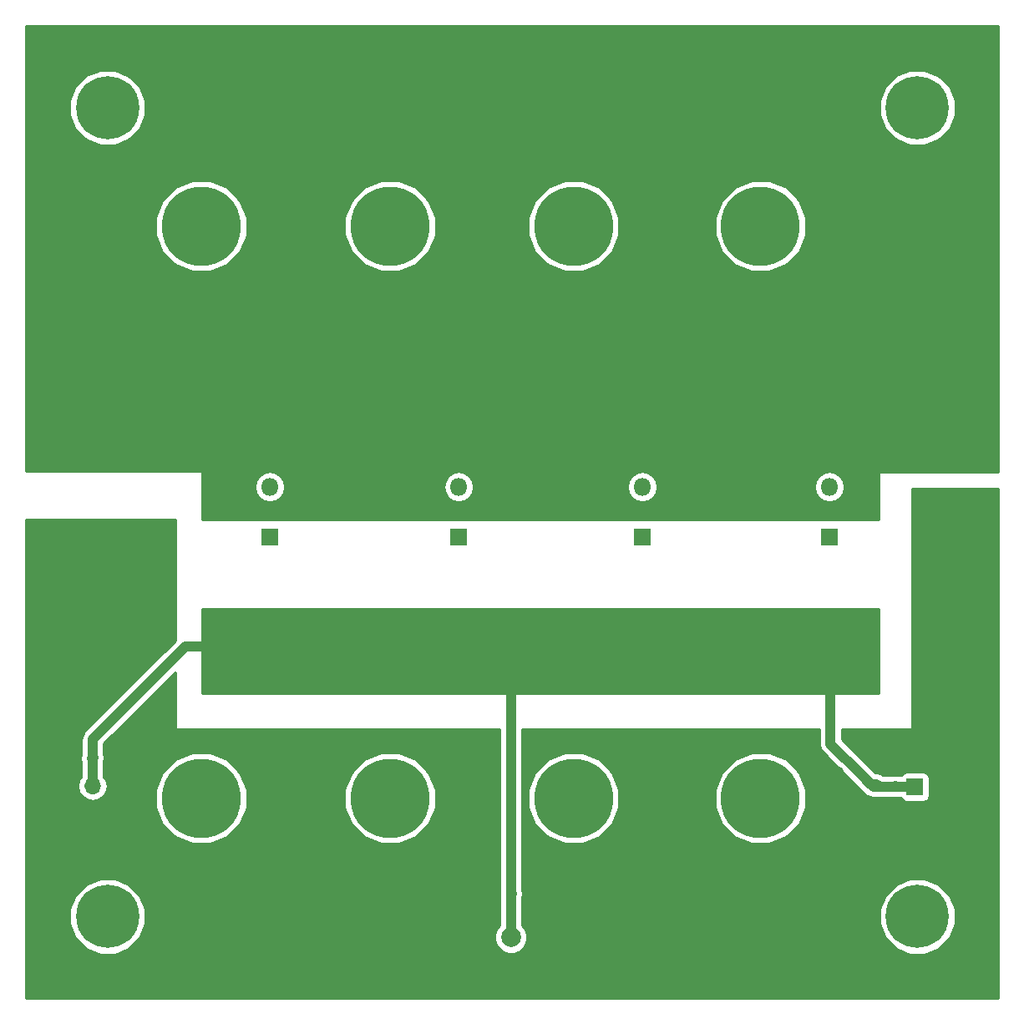
<source format=gbr>
G04 #@! TF.FileFunction,Copper,L1,Top,Signal*
%FSLAX46Y46*%
G04 Gerber Fmt 4.6, Leading zero omitted, Abs format (unit mm)*
G04 Created by KiCad (PCBNEW 4.0.2-stable) date 10/05/17 15:38:04*
%MOMM*%
G01*
G04 APERTURE LIST*
%ADD10C,0.100000*%
%ADD11C,6.400000*%
%ADD12C,0.800000*%
%ADD13R,1.700000X1.700000*%
%ADD14O,1.700000X1.700000*%
%ADD15O,5.001260X2.500000*%
%ADD16O,2.500000X5.001260*%
%ADD17C,2.200000*%
%ADD18C,2.000000*%
%ADD19R,1.800000X1.800000*%
%ADD20O,1.800000X1.800000*%
%ADD21C,8.000000*%
%ADD22C,0.600000*%
%ADD23C,1.000000*%
%ADD24C,0.254000*%
G04 APERTURE END LIST*
D10*
D11*
X87500000Y-136500000D03*
D12*
X89900000Y-136500000D03*
X89197056Y-138197056D03*
X87500000Y-138900000D03*
X85802944Y-138197056D03*
X85100000Y-136500000D03*
X85802944Y-134802944D03*
X87500000Y-134100000D03*
X89197056Y-134802944D03*
D11*
X169600000Y-136500000D03*
D12*
X172000000Y-136500000D03*
X171297056Y-138197056D03*
X169600000Y-138900000D03*
X167902944Y-138197056D03*
X167200000Y-136500000D03*
X167902944Y-134802944D03*
X169600000Y-134100000D03*
X171297056Y-134802944D03*
D11*
X169600000Y-54500000D03*
D12*
X172000000Y-54500000D03*
X171297056Y-56197056D03*
X169600000Y-56900000D03*
X167902944Y-56197056D03*
X167200000Y-54500000D03*
X167902944Y-52802944D03*
X169600000Y-52100000D03*
X171297056Y-52802944D03*
D11*
X87500000Y-54500000D03*
D12*
X89900000Y-54500000D03*
X89197056Y-56197056D03*
X87500000Y-56900000D03*
X85802944Y-56197056D03*
X85100000Y-54500000D03*
X85802944Y-52802944D03*
X87500000Y-52100000D03*
X89197056Y-52802944D03*
D13*
X169350000Y-123350000D03*
D14*
X169350000Y-125890000D03*
D15*
X172300000Y-95068800D03*
X172300000Y-99031200D03*
D13*
X86000000Y-125800000D03*
D14*
X86000000Y-123260000D03*
D16*
X126518800Y-51950000D03*
X130481200Y-51950000D03*
D15*
X172700000Y-74018800D03*
X172700000Y-77981200D03*
X85450000Y-78681200D03*
X85450000Y-74718800D03*
D17*
X125860000Y-136060000D03*
X130940000Y-136060000D03*
X130940000Y-141140000D03*
X125860000Y-141140000D03*
D18*
X128400000Y-138600000D03*
D15*
X84600000Y-104481200D03*
X84600000Y-100518800D03*
D19*
X103966980Y-98024760D03*
D20*
X103966980Y-95484760D03*
X103966980Y-92944760D03*
D21*
X97000000Y-124500000D03*
X97000000Y-66500000D03*
D19*
X123116980Y-98024760D03*
D20*
X123116980Y-95484760D03*
X123116980Y-92944760D03*
D21*
X116150000Y-124500000D03*
X116150000Y-66500000D03*
D19*
X141716980Y-98024760D03*
D20*
X141716980Y-95484760D03*
X141716980Y-92944760D03*
D21*
X134750000Y-124500000D03*
X134750000Y-66500000D03*
D19*
X160666980Y-98024760D03*
D20*
X160666980Y-95484760D03*
X160666980Y-92944760D03*
D21*
X153700000Y-124500000D03*
X153700000Y-66500000D03*
D22*
X82500000Y-106500000D03*
X79800000Y-107200000D03*
X80100000Y-104900000D03*
X80600000Y-102400000D03*
X80100000Y-100600000D03*
X80200000Y-97900000D03*
X82000000Y-97700000D03*
X84800000Y-97700000D03*
X87400000Y-98700000D03*
X90500000Y-99100000D03*
X93100000Y-98800000D03*
X93000000Y-101600000D03*
X91200000Y-101700000D03*
X88600000Y-101700000D03*
X88800000Y-103800000D03*
X90900000Y-104000000D03*
X93100000Y-103600000D03*
X93300000Y-106200000D03*
X91600000Y-106200000D03*
X89100000Y-106300000D03*
X87100000Y-107900000D03*
X84300000Y-108400000D03*
X82100000Y-109000000D03*
X80400000Y-109100000D03*
X81400000Y-112400000D03*
X84700000Y-112400000D03*
X86500000Y-110400000D03*
X89600000Y-108700000D03*
X92400000Y-108700000D03*
X89700000Y-112100000D03*
X87000000Y-114100000D03*
X84900000Y-116100000D03*
X83800000Y-114300000D03*
X80700000Y-114100000D03*
X81100000Y-117000000D03*
X81300000Y-119200000D03*
X81200000Y-121700000D03*
X81100000Y-124500000D03*
X81200000Y-127700000D03*
X87380000Y-142600000D03*
X93470000Y-138180000D03*
X96390000Y-138430000D03*
X99950000Y-133600000D03*
X99570000Y-136020000D03*
X98810000Y-143130000D03*
X105280000Y-143130000D03*
X105160000Y-139950000D03*
X107700000Y-131700000D03*
X110490000Y-124590000D03*
X110360000Y-127890000D03*
X107320000Y-127380000D03*
X108200000Y-122680000D03*
X108330000Y-119760000D03*
X112400000Y-119130000D03*
X117480000Y-118750000D03*
X131480000Y-130060000D03*
X125170000Y-133710000D03*
X124460000Y-131310000D03*
X124460000Y-128100000D03*
X125080000Y-123570000D03*
X125170000Y-120020000D03*
X122860000Y-119210000D03*
X120730000Y-119300000D03*
X121970000Y-123040000D03*
X121440000Y-126860000D03*
X115750000Y-140320000D03*
X113610000Y-142850000D03*
X112360000Y-141310000D03*
X109420000Y-141160000D03*
X109840000Y-137960000D03*
X112930000Y-138760000D03*
X116240000Y-136170000D03*
X114150000Y-133730000D03*
X113610000Y-135900000D03*
X110910000Y-136060000D03*
X110300000Y-132550000D03*
X110720000Y-130190000D03*
X114300000Y-131520000D03*
X118640000Y-131370000D03*
X121730000Y-130530000D03*
X121880000Y-135290000D03*
X118110000Y-134720000D03*
X118220000Y-142950000D03*
X119710000Y-137730000D03*
X124020000Y-140930000D03*
X122420000Y-143520000D03*
X120360000Y-141810000D03*
X123480000Y-138460000D03*
X125390000Y-143220000D03*
X129730000Y-143160000D03*
X132460000Y-142690000D03*
X136250000Y-142650000D03*
X141050000Y-142650000D03*
X145280000Y-142840000D03*
X148440000Y-142840000D03*
X152210000Y-142840000D03*
X154650000Y-142950000D03*
X158700000Y-142890000D03*
X159650000Y-139980000D03*
X159650000Y-136460000D03*
X157020000Y-135790000D03*
X156580000Y-138640000D03*
X156520000Y-140430000D03*
X153670000Y-140260000D03*
X152500000Y-137970000D03*
X153670000Y-135840000D03*
X150480000Y-135620000D03*
X150480000Y-138410000D03*
X149810000Y-140370000D03*
X146740000Y-140480000D03*
X147750000Y-136850000D03*
X144510000Y-137130000D03*
X144230000Y-140200000D03*
X141820000Y-140200000D03*
X141430000Y-137240000D03*
X139480000Y-136070000D03*
X138750000Y-138920000D03*
X136570000Y-141320000D03*
X136400000Y-140200000D03*
X135170000Y-137970000D03*
X136740000Y-137520000D03*
X135840000Y-133830000D03*
X134780000Y-132160000D03*
X131430000Y-131820000D03*
X159260000Y-131650000D03*
X155910000Y-130980000D03*
X151990000Y-131320000D03*
X147470000Y-129920000D03*
X143500000Y-130590000D03*
X140650000Y-130090000D03*
X142160000Y-127570000D03*
X140650000Y-126070000D03*
X170490000Y-112150000D03*
X170150000Y-114830000D03*
X170150000Y-117460000D03*
X173340000Y-117240000D03*
X176080000Y-115950000D03*
X175930000Y-120280000D03*
X167400000Y-119570000D03*
X164640000Y-119300000D03*
X162950000Y-129080000D03*
X166070000Y-127300000D03*
X169890000Y-129880000D03*
X173440000Y-129880000D03*
X176290000Y-132280000D03*
X175500000Y-136550000D03*
X174070000Y-138680000D03*
X172730000Y-143110000D03*
X167250000Y-143720000D03*
X164290000Y-140760000D03*
X164120000Y-132490000D03*
X159980000Y-133660000D03*
X155960000Y-133610000D03*
X152660000Y-133440000D03*
X148190000Y-133050000D03*
X144550000Y-134770000D03*
X138150000Y-133710000D03*
X132730000Y-135840000D03*
X131770000Y-133440000D03*
X169930000Y-107510000D03*
X170380000Y-109970000D03*
X173280000Y-109970000D03*
X176410000Y-109360000D03*
X176440000Y-106000000D03*
X174400000Y-106650000D03*
X172300000Y-105030000D03*
X169930000Y-104410000D03*
X169960000Y-101420000D03*
X172140000Y-101930000D03*
X174260000Y-103660000D03*
X176640000Y-102310000D03*
X175020000Y-100890000D03*
X176540000Y-99140000D03*
X175290000Y-97190000D03*
X176410000Y-94820000D03*
X176300000Y-112600000D03*
X172300000Y-114270000D03*
X116500000Y-137300000D03*
X115750000Y-142600000D03*
X110850000Y-142850000D03*
X107750000Y-139650000D03*
X108800000Y-135200000D03*
X103100000Y-135150000D03*
X102500000Y-138850000D03*
X102850000Y-141950000D03*
X97350000Y-140550000D03*
X97350000Y-134700000D03*
X94400000Y-133100000D03*
X94050000Y-142250000D03*
X91400000Y-142400000D03*
X83750000Y-142600000D03*
X81450000Y-139850000D03*
X81150000Y-135150000D03*
X81600000Y-130750000D03*
X84300000Y-130600000D03*
X87750000Y-129950000D03*
X90600000Y-130750000D03*
X98300000Y-131150000D03*
X102050000Y-131150000D03*
X105800000Y-131150000D03*
X105450000Y-126700000D03*
X102600000Y-124550000D03*
X105150000Y-122700000D03*
X105500000Y-119150000D03*
X101100000Y-119850000D03*
X95850000Y-119150000D03*
X91500000Y-120200000D03*
X89950000Y-124650000D03*
X166350000Y-129800000D03*
X162050000Y-131700000D03*
X161650000Y-135900000D03*
X163600000Y-142100000D03*
X169650000Y-142500000D03*
X175500000Y-139700000D03*
X175500000Y-133500000D03*
X174000000Y-126600000D03*
X172550000Y-119550000D03*
X172300000Y-116100000D03*
X172300000Y-112100000D03*
X172350000Y-107900000D03*
X139420000Y-122210000D03*
X138300000Y-119470000D03*
X141150000Y-118630000D03*
X142490000Y-123160000D03*
X145060000Y-127020000D03*
X147300000Y-125230000D03*
X144670000Y-122320000D03*
X145790000Y-119920000D03*
X152780000Y-119300000D03*
X158140000Y-119080000D03*
X161600000Y-121820000D03*
X160910000Y-124820000D03*
D12*
X85900000Y-120500000D03*
X128400000Y-136400000D03*
X165700000Y-123300000D03*
X167400000Y-123300000D03*
X104000000Y-109100000D03*
X141900000Y-109300000D03*
X123150000Y-109450000D03*
X160800000Y-109700000D03*
X116550000Y-106700000D03*
X99250000Y-106550000D03*
X155700000Y-106650000D03*
X135250000Y-106150000D03*
D22*
X139900000Y-95600000D03*
X138500000Y-95600000D03*
X138600000Y-93600000D03*
X137100000Y-93800000D03*
X137200000Y-95600000D03*
X135400000Y-95600000D03*
X135700000Y-93800000D03*
X133900000Y-93600000D03*
X133900000Y-95600000D03*
X132500000Y-95600000D03*
X132700000Y-93800000D03*
X131100000Y-93700000D03*
X130800000Y-95500000D03*
X129500000Y-95500000D03*
X129800000Y-93700000D03*
X128200000Y-93900000D03*
X128100000Y-95600000D03*
X126700000Y-95600000D03*
X126800000Y-93500000D03*
X125300000Y-93800000D03*
X143500000Y-95500000D03*
X132850000Y-46790000D03*
X132930000Y-48620000D03*
X132930000Y-50860000D03*
X133010000Y-53000000D03*
X132850000Y-55780000D03*
X164700000Y-95500000D03*
X164600000Y-93600000D03*
X162700000Y-93500000D03*
X162800000Y-95400000D03*
X159200000Y-94400000D03*
X157700000Y-95500000D03*
X157700000Y-93900000D03*
X156000000Y-93800000D03*
X156200000Y-95400000D03*
X154500000Y-95700000D03*
X154300000Y-93700000D03*
X153100000Y-93700000D03*
X153000000Y-95600000D03*
X151400000Y-95700000D03*
X151600000Y-93700000D03*
X149900000Y-94000000D03*
X149900000Y-95400000D03*
X148100000Y-95600000D03*
X148200000Y-93800000D03*
X146600000Y-93900000D03*
X146500000Y-95500000D03*
X145200000Y-95400000D03*
X145200000Y-93800000D03*
X143700000Y-93800000D03*
X139900000Y-94300000D03*
X125300000Y-95400000D03*
X121400000Y-94500000D03*
X120400000Y-95600000D03*
X120400000Y-93600000D03*
X118900000Y-93800000D03*
X119000000Y-95400000D03*
X117200000Y-95400000D03*
X117200000Y-93800000D03*
X115300000Y-93900000D03*
X115300000Y-95500000D03*
X113500000Y-95500000D03*
X113400000Y-93700000D03*
X111700000Y-93900000D03*
X111700000Y-95700000D03*
X110100000Y-95600000D03*
X110300000Y-93700000D03*
X108600000Y-93600000D03*
X108600000Y-95500000D03*
X107200000Y-95500000D03*
X107300000Y-93700000D03*
X105700000Y-93800000D03*
X105800000Y-95500000D03*
X102300000Y-93900000D03*
X101000000Y-93800000D03*
X99900000Y-93700000D03*
X98500000Y-93500000D03*
X97600000Y-94500000D03*
X98500000Y-95400000D03*
X99900000Y-95400000D03*
X101900000Y-95400000D03*
X83040000Y-76900000D03*
X80230000Y-77160000D03*
X79790000Y-75680000D03*
X81700000Y-74840000D03*
X79810000Y-73140000D03*
X81440000Y-72540000D03*
X82940000Y-72600000D03*
X84460000Y-72600000D03*
X86590000Y-72410000D03*
X88110000Y-72620000D03*
X89100000Y-72180000D03*
X89790000Y-73130000D03*
X88860000Y-74430000D03*
X89830000Y-75730000D03*
X88070000Y-77070000D03*
X89670000Y-77910000D03*
X88800000Y-78900000D03*
X89940000Y-80040000D03*
X88510000Y-80950000D03*
X86200000Y-81120000D03*
X84530000Y-81120000D03*
X82910000Y-80470000D03*
X81420000Y-80020000D03*
X80910000Y-81340000D03*
X79840000Y-80470000D03*
X79920000Y-78760000D03*
X81750000Y-78570000D03*
X170750000Y-75900000D03*
X169220000Y-76280000D03*
X168290000Y-75240000D03*
X168190000Y-73620000D03*
X169550000Y-72320000D03*
X169630000Y-70730000D03*
X171720000Y-71710000D03*
X172960000Y-70770000D03*
X174550000Y-71830000D03*
X175790000Y-70630000D03*
X177210000Y-70820000D03*
X177410000Y-72340000D03*
X175830000Y-73090000D03*
X176830000Y-74800000D03*
X175570000Y-76020000D03*
X177030000Y-76610000D03*
X176190000Y-77920000D03*
X176800000Y-78790000D03*
X176580000Y-80520000D03*
X174900000Y-80410000D03*
X173090000Y-80220000D03*
X171240000Y-80270000D03*
X169040000Y-79910000D03*
X169060000Y-78000000D03*
X126380000Y-55120000D03*
X128780000Y-54460000D03*
X129120000Y-56160000D03*
X127620000Y-56290000D03*
X125390000Y-56390000D03*
X123860000Y-56430000D03*
X123830000Y-54900000D03*
X123830000Y-52650000D03*
X123790000Y-50670000D03*
X123690000Y-48590000D03*
X123810000Y-46760000D03*
X125270000Y-46800000D03*
X125130000Y-48540000D03*
X126840000Y-48500000D03*
X126920000Y-46700000D03*
X128540000Y-46880000D03*
X128540000Y-48540000D03*
X130430000Y-48500000D03*
X130370000Y-46800000D03*
X130680000Y-55850000D03*
D23*
X81600000Y-130750000D02*
X81600000Y-128100000D01*
X80500000Y-106500000D02*
X82500000Y-106500000D01*
X79800000Y-107200000D02*
X80500000Y-106500000D01*
X80100000Y-102900000D02*
X80100000Y-104900000D01*
X80600000Y-102400000D02*
X80100000Y-102900000D01*
X80100000Y-98000000D02*
X80100000Y-100600000D01*
X80200000Y-97900000D02*
X80100000Y-98000000D01*
X84800000Y-97700000D02*
X82000000Y-97700000D01*
X90100000Y-98700000D02*
X87400000Y-98700000D01*
X90500000Y-99100000D02*
X90100000Y-98700000D01*
X93100000Y-101500000D02*
X93100000Y-98800000D01*
X93000000Y-101600000D02*
X93100000Y-101500000D01*
X88600000Y-101700000D02*
X91200000Y-101700000D01*
X90700000Y-103800000D02*
X88800000Y-103800000D01*
X90900000Y-104000000D02*
X90700000Y-103800000D01*
X93100000Y-106000000D02*
X93100000Y-103600000D01*
X93300000Y-106200000D02*
X93100000Y-106000000D01*
X89200000Y-106200000D02*
X91600000Y-106200000D01*
X89100000Y-106300000D02*
X89200000Y-106200000D01*
X84800000Y-107900000D02*
X87100000Y-107900000D01*
X84300000Y-108400000D02*
X84800000Y-107900000D01*
X80500000Y-109000000D02*
X82100000Y-109000000D01*
X80400000Y-109100000D02*
X80500000Y-109000000D01*
X84700000Y-112400000D02*
X81400000Y-112400000D01*
X87900000Y-110400000D02*
X86500000Y-110400000D01*
X89600000Y-108700000D02*
X87900000Y-110400000D01*
X92400000Y-109400000D02*
X92400000Y-108700000D01*
X89700000Y-112100000D02*
X92400000Y-109400000D01*
X86900000Y-114100000D02*
X87000000Y-114100000D01*
X84900000Y-116100000D02*
X86900000Y-114100000D01*
X80900000Y-114300000D02*
X83800000Y-114300000D01*
X80700000Y-114100000D02*
X80900000Y-114300000D01*
X81100000Y-119000000D02*
X81100000Y-117000000D01*
X81300000Y-119200000D02*
X81100000Y-119000000D01*
X81200000Y-124400000D02*
X81200000Y-121700000D01*
X81100000Y-124500000D02*
X81200000Y-124400000D01*
X81600000Y-128100000D02*
X81200000Y-127700000D01*
X85350000Y-101000000D02*
X83000000Y-101000000D01*
X120780000Y-118620000D02*
X117610000Y-118620000D01*
X84630000Y-139850000D02*
X81450000Y-139850000D01*
X87380000Y-142600000D02*
X84630000Y-139850000D01*
X96140000Y-138180000D02*
X93470000Y-138180000D01*
X96390000Y-138430000D02*
X96140000Y-138180000D01*
X99950000Y-135640000D02*
X99950000Y-133600000D01*
X99570000Y-136020000D02*
X99950000Y-135640000D01*
X105280000Y-143130000D02*
X98810000Y-143130000D01*
X105160000Y-134240000D02*
X105160000Y-139950000D01*
X107700000Y-131700000D02*
X105160000Y-134240000D01*
X110490000Y-127760000D02*
X110490000Y-124590000D01*
X110360000Y-127890000D02*
X110490000Y-127760000D01*
X107320000Y-123560000D02*
X107320000Y-127380000D01*
X108200000Y-122680000D02*
X107320000Y-123560000D01*
X111770000Y-119760000D02*
X108330000Y-119760000D01*
X112400000Y-119130000D02*
X111770000Y-119760000D01*
X117610000Y-118620000D02*
X117480000Y-118750000D01*
X121730000Y-130530000D02*
X121730000Y-127150000D01*
X131430000Y-130110000D02*
X131430000Y-131820000D01*
X131480000Y-130060000D02*
X131430000Y-130110000D01*
X125170000Y-132020000D02*
X125170000Y-133710000D01*
X124460000Y-131310000D02*
X125170000Y-132020000D01*
X124460000Y-124190000D02*
X124460000Y-128100000D01*
X125080000Y-123570000D02*
X124460000Y-124190000D01*
X123670000Y-120020000D02*
X125170000Y-120020000D01*
X122860000Y-119210000D02*
X123670000Y-120020000D01*
X120730000Y-121800000D02*
X120730000Y-119300000D01*
X121970000Y-123040000D02*
X120730000Y-121800000D01*
X121730000Y-127150000D02*
X121440000Y-126860000D01*
X116500000Y-139570000D02*
X116500000Y-137300000D01*
X115750000Y-140320000D02*
X116500000Y-139570000D01*
X113610000Y-142560000D02*
X113610000Y-142850000D01*
X112360000Y-141310000D02*
X113610000Y-142560000D01*
X109420000Y-138380000D02*
X109420000Y-141160000D01*
X109840000Y-137960000D02*
X109420000Y-138380000D01*
X113650000Y-138760000D02*
X112930000Y-138760000D01*
X116240000Y-136170000D02*
X113650000Y-138760000D01*
X114150000Y-135360000D02*
X114150000Y-133730000D01*
X113610000Y-135900000D02*
X114150000Y-135360000D01*
X110910000Y-133160000D02*
X110910000Y-136060000D01*
X110300000Y-132550000D02*
X110910000Y-133160000D01*
X112970000Y-130190000D02*
X110720000Y-130190000D01*
X114300000Y-131520000D02*
X112970000Y-130190000D01*
X120890000Y-131370000D02*
X118640000Y-131370000D01*
X121730000Y-130530000D02*
X120890000Y-131370000D01*
X118680000Y-135290000D02*
X121880000Y-135290000D01*
X118110000Y-134720000D02*
X118680000Y-135290000D01*
X118220000Y-139220000D02*
X118220000Y-142950000D01*
X119710000Y-137730000D02*
X118220000Y-139220000D01*
X124020000Y-141920000D02*
X124020000Y-140930000D01*
X122420000Y-143520000D02*
X124020000Y-141920000D01*
X120360000Y-141580000D02*
X120360000Y-141810000D01*
X123480000Y-138460000D02*
X120360000Y-141580000D01*
X125860000Y-142750000D02*
X125860000Y-138600000D01*
X125390000Y-143220000D02*
X125860000Y-142750000D01*
X131990000Y-143160000D02*
X129730000Y-143160000D01*
X132460000Y-142690000D02*
X131990000Y-143160000D01*
X136250000Y-142650000D02*
X141050000Y-142650000D01*
X145280000Y-142840000D02*
X148440000Y-142840000D01*
X152210000Y-142840000D02*
X152320000Y-142950000D01*
X152320000Y-142950000D02*
X154650000Y-142950000D01*
X158700000Y-142890000D02*
X159650000Y-141940000D01*
X159650000Y-141940000D02*
X159650000Y-139980000D01*
X159650000Y-136460000D02*
X158980000Y-135790000D01*
X158980000Y-135790000D02*
X157020000Y-135790000D01*
X156580000Y-138640000D02*
X156520000Y-138700000D01*
X156520000Y-138700000D02*
X156520000Y-140430000D01*
X153670000Y-140260000D02*
X152500000Y-139090000D01*
X152500000Y-139090000D02*
X152500000Y-137970000D01*
X153670000Y-135840000D02*
X153450000Y-135620000D01*
X153450000Y-135620000D02*
X150480000Y-135620000D01*
X150480000Y-138410000D02*
X149810000Y-139080000D01*
X149810000Y-139080000D02*
X149810000Y-140370000D01*
X146740000Y-140480000D02*
X147750000Y-139470000D01*
X147750000Y-139470000D02*
X147750000Y-136850000D01*
X144510000Y-137130000D02*
X144230000Y-137410000D01*
X144230000Y-137410000D02*
X144230000Y-140200000D01*
X141820000Y-140200000D02*
X141430000Y-139810000D01*
X141430000Y-139810000D02*
X141430000Y-137240000D01*
X139480000Y-136070000D02*
X138750000Y-136800000D01*
X138750000Y-136800000D02*
X138750000Y-138920000D01*
X136570000Y-141320000D02*
X136400000Y-141150000D01*
X136400000Y-141150000D02*
X136400000Y-140200000D01*
X135170000Y-137970000D02*
X135620000Y-137520000D01*
X135620000Y-137520000D02*
X136740000Y-137520000D01*
X135840000Y-133830000D02*
X134780000Y-132770000D01*
X134780000Y-132770000D02*
X134780000Y-132160000D01*
X156580000Y-131650000D02*
X159260000Y-131650000D01*
X155910000Y-130980000D02*
X156580000Y-131650000D01*
X148870000Y-131320000D02*
X151990000Y-131320000D01*
X147470000Y-129920000D02*
X148870000Y-131320000D01*
X141150000Y-130590000D02*
X143500000Y-130590000D01*
X140650000Y-130090000D02*
X141150000Y-130590000D01*
X142150000Y-127570000D02*
X142160000Y-127570000D01*
X140650000Y-126070000D02*
X142150000Y-127570000D01*
X170490000Y-112150000D02*
X170150000Y-112490000D01*
X170150000Y-112490000D02*
X170150000Y-114830000D01*
X170150000Y-117460000D02*
X170370000Y-117240000D01*
X170370000Y-117240000D02*
X173340000Y-117240000D01*
X176080000Y-115950000D02*
X175930000Y-116100000D01*
X175930000Y-116100000D02*
X175930000Y-120280000D01*
X167400000Y-119570000D02*
X167130000Y-119300000D01*
X167130000Y-119300000D02*
X164640000Y-119300000D01*
X162950000Y-129080000D02*
X164730000Y-127300000D01*
X164730000Y-127300000D02*
X166070000Y-127300000D01*
X169890000Y-129880000D02*
X173440000Y-129880000D01*
X176290000Y-132280000D02*
X175500000Y-133070000D01*
X175500000Y-133070000D02*
X175500000Y-136550000D01*
X174070000Y-138680000D02*
X172730000Y-140020000D01*
X172730000Y-140020000D02*
X172730000Y-143110000D01*
X167250000Y-143720000D02*
X164290000Y-140760000D01*
X164120000Y-132490000D02*
X162950000Y-133660000D01*
X162950000Y-133660000D02*
X159980000Y-133660000D01*
X155960000Y-133610000D02*
X155790000Y-133440000D01*
X155790000Y-133440000D02*
X152660000Y-133440000D01*
X148190000Y-133050000D02*
X146470000Y-134770000D01*
X146470000Y-134770000D02*
X144550000Y-134770000D01*
X138150000Y-133710000D02*
X136020000Y-135840000D01*
X136020000Y-135840000D02*
X132730000Y-135840000D01*
X131430000Y-131820000D02*
X131770000Y-132160000D01*
X131770000Y-132160000D02*
X131770000Y-133440000D01*
X169930000Y-109520000D02*
X169930000Y-107510000D01*
X170380000Y-109970000D02*
X169930000Y-109520000D01*
X175800000Y-109970000D02*
X173280000Y-109970000D01*
X176410000Y-109360000D02*
X175800000Y-109970000D01*
X175050000Y-106000000D02*
X176440000Y-106000000D01*
X174400000Y-106650000D02*
X175050000Y-106000000D01*
X170550000Y-105030000D02*
X172300000Y-105030000D01*
X169930000Y-104410000D02*
X170550000Y-105030000D01*
X171630000Y-101420000D02*
X169960000Y-101420000D01*
X172140000Y-101930000D02*
X171630000Y-101420000D01*
X175290000Y-103660000D02*
X174260000Y-103660000D01*
X176640000Y-102310000D02*
X175290000Y-103660000D01*
X175020000Y-100660000D02*
X175020000Y-100890000D01*
X176540000Y-99140000D02*
X175020000Y-100660000D01*
X175290000Y-95940000D02*
X175290000Y-97190000D01*
X176410000Y-94820000D02*
X175290000Y-95940000D01*
X176300000Y-112600000D02*
X174630000Y-114270000D01*
X174630000Y-114270000D02*
X172300000Y-114270000D01*
X115750000Y-142600000D02*
X115500000Y-142850000D01*
X115500000Y-142850000D02*
X110850000Y-142850000D01*
X107750000Y-139650000D02*
X108800000Y-138600000D01*
X108800000Y-138600000D02*
X108800000Y-135200000D01*
X103100000Y-135150000D02*
X102500000Y-135750000D01*
X102500000Y-135750000D02*
X102500000Y-138850000D01*
X102850000Y-141950000D02*
X101450000Y-140550000D01*
X101450000Y-140550000D02*
X97350000Y-140550000D01*
X97350000Y-134700000D02*
X95750000Y-133100000D01*
X95750000Y-133100000D02*
X94400000Y-133100000D01*
X94050000Y-142250000D02*
X93900000Y-142400000D01*
X93900000Y-142400000D02*
X91400000Y-142400000D01*
X83750000Y-142600000D02*
X81450000Y-140300000D01*
X81450000Y-140300000D02*
X81450000Y-139850000D01*
X81150000Y-135150000D02*
X81600000Y-134700000D01*
X81600000Y-134700000D02*
X81600000Y-130750000D01*
X84300000Y-130600000D02*
X84950000Y-129950000D01*
X84950000Y-129950000D02*
X87750000Y-129950000D01*
X90600000Y-130750000D02*
X91000000Y-131150000D01*
X91000000Y-131150000D02*
X98300000Y-131150000D01*
X102050000Y-131150000D02*
X105800000Y-131150000D01*
X105450000Y-126700000D02*
X103300000Y-124550000D01*
X103300000Y-124550000D02*
X102600000Y-124550000D01*
X105150000Y-122700000D02*
X105500000Y-122350000D01*
X105500000Y-122350000D02*
X105500000Y-119150000D01*
X101100000Y-119850000D02*
X100400000Y-119150000D01*
X100400000Y-119150000D02*
X95850000Y-119150000D01*
X91500000Y-120200000D02*
X89950000Y-121750000D01*
X89950000Y-121750000D02*
X89950000Y-124650000D01*
X172300000Y-99031200D02*
X172300000Y-107850000D01*
X169350000Y-126800000D02*
X169350000Y-125890000D01*
X166350000Y-129800000D02*
X169350000Y-126800000D01*
X162050000Y-135500000D02*
X162050000Y-131700000D01*
X161650000Y-135900000D02*
X162050000Y-135500000D01*
X169250000Y-142100000D02*
X163600000Y-142100000D01*
X169650000Y-142500000D02*
X169250000Y-142100000D01*
X175500000Y-133500000D02*
X175500000Y-139700000D01*
X174000000Y-121000000D02*
X174000000Y-126600000D01*
X172550000Y-119550000D02*
X174000000Y-121000000D01*
X172300000Y-112100000D02*
X172300000Y-116100000D01*
X172300000Y-107850000D02*
X172350000Y-107900000D01*
X139420000Y-120590000D02*
X139420000Y-122210000D01*
X138300000Y-119470000D02*
X139420000Y-120590000D01*
X141150000Y-121820000D02*
X141150000Y-118630000D01*
X142490000Y-123160000D02*
X141150000Y-121820000D01*
X145510000Y-127020000D02*
X145060000Y-127020000D01*
X147300000Y-125230000D02*
X145510000Y-127020000D01*
X144670000Y-121040000D02*
X144670000Y-122320000D01*
X145790000Y-119920000D02*
X144670000Y-121040000D01*
X157920000Y-119300000D02*
X152780000Y-119300000D01*
X158140000Y-119080000D02*
X157920000Y-119300000D01*
X160910000Y-122510000D02*
X161600000Y-121820000D01*
X160910000Y-124820000D02*
X160910000Y-122510000D01*
X86000000Y-120600000D02*
X86000000Y-123260000D01*
X85900000Y-120500000D02*
X86000000Y-120600000D01*
X86000000Y-120400000D02*
X86100000Y-120400000D01*
X86100000Y-120400000D02*
X86000000Y-120400000D01*
X128400000Y-138600000D02*
X128400000Y-136400000D01*
X128400000Y-136400000D02*
X128400000Y-135500000D01*
X128400000Y-135500000D02*
X128400000Y-134200000D01*
X128400000Y-138600000D02*
X128400000Y-136700000D01*
X128400000Y-134200000D02*
X128500000Y-134200000D01*
X128500000Y-134200000D02*
X128400000Y-134200000D01*
X169350000Y-123350000D02*
X167450000Y-123350000D01*
X164850000Y-123050000D02*
X163900000Y-122100000D01*
X165450000Y-123050000D02*
X164850000Y-123050000D01*
X165700000Y-123300000D02*
X165450000Y-123050000D01*
X167450000Y-123350000D02*
X167400000Y-123300000D01*
X167910000Y-123310000D02*
X166070000Y-123310000D01*
X166070000Y-123310000D02*
X166040000Y-123340000D01*
X86000000Y-121490000D02*
X86000000Y-120400000D01*
X86000000Y-120400000D02*
X86000000Y-119780000D01*
X86000000Y-119780000D02*
X85970000Y-119750000D01*
X86000000Y-123260000D02*
X86000000Y-121490000D01*
X86000000Y-119720000D02*
X86000000Y-118500000D01*
X86000000Y-118500000D02*
X95400000Y-109100000D01*
X95400000Y-109100000D02*
X104000000Y-109100000D01*
X85970000Y-119750000D02*
X86000000Y-119720000D01*
X169350000Y-123350000D02*
X167950000Y-123350000D01*
X166030000Y-123350000D02*
X165150000Y-123350000D01*
X166040000Y-123340000D02*
X166030000Y-123350000D01*
X167950000Y-123350000D02*
X167910000Y-123310000D01*
X165150000Y-123350000D02*
X164500000Y-122700000D01*
X165150000Y-123350000D02*
X164500000Y-122700000D01*
X164500000Y-122700000D02*
X163900000Y-122100000D01*
X163900000Y-122100000D02*
X160800000Y-119000000D01*
X160800000Y-119000000D02*
X160800000Y-109700000D01*
X128400000Y-112300000D02*
X128400000Y-112150000D01*
X128400000Y-134200000D02*
X128400000Y-112300000D01*
X128400000Y-112150000D02*
X126750000Y-110500000D01*
X126750000Y-110500000D02*
X124200000Y-110500000D01*
X124200000Y-110500000D02*
X123150000Y-109450000D01*
X123150000Y-109450000D02*
X104350000Y-109450000D01*
X104350000Y-109450000D02*
X104000000Y-109100000D01*
X141900000Y-109300000D02*
X123300000Y-109300000D01*
X123300000Y-109300000D02*
X123150000Y-109450000D01*
X160800000Y-109700000D02*
X142300000Y-109700000D01*
X142300000Y-109700000D02*
X141900000Y-109300000D01*
X138500000Y-95600000D02*
X139900000Y-95600000D01*
X137300000Y-93600000D02*
X138600000Y-93600000D01*
X137100000Y-93800000D02*
X137300000Y-93600000D01*
X135400000Y-95600000D02*
X137200000Y-95600000D01*
X134100000Y-93800000D02*
X135700000Y-93800000D01*
X133900000Y-93600000D02*
X134100000Y-93800000D01*
X132500000Y-95600000D02*
X133900000Y-95600000D01*
X131200000Y-93800000D02*
X132700000Y-93800000D01*
X131100000Y-93700000D02*
X131200000Y-93800000D01*
X129500000Y-95500000D02*
X130800000Y-95500000D01*
X128400000Y-93700000D02*
X129800000Y-93700000D01*
X128200000Y-93900000D02*
X128400000Y-93700000D01*
X126700000Y-95600000D02*
X128100000Y-95600000D01*
X125600000Y-93500000D02*
X126800000Y-93500000D01*
X125300000Y-93800000D02*
X125600000Y-93500000D01*
X143484760Y-95484760D02*
X143500000Y-95500000D01*
X132850000Y-48540000D02*
X132850000Y-46790000D01*
X132930000Y-48620000D02*
X132850000Y-48540000D01*
X132930000Y-52920000D02*
X132930000Y-50860000D01*
X133010000Y-53000000D02*
X132930000Y-52920000D01*
X130750000Y-55780000D02*
X132850000Y-55780000D01*
X130680000Y-55850000D02*
X130750000Y-55780000D01*
X164700000Y-93700000D02*
X164700000Y-95500000D01*
X164600000Y-93600000D02*
X164700000Y-93700000D01*
X162700000Y-95300000D02*
X162700000Y-93500000D01*
X162800000Y-95400000D02*
X162700000Y-95300000D01*
X141716980Y-95484760D02*
X143484760Y-95484760D01*
X158800000Y-94400000D02*
X159200000Y-94400000D01*
X157700000Y-95500000D02*
X158800000Y-94400000D01*
X156100000Y-93900000D02*
X157700000Y-93900000D01*
X156000000Y-93800000D02*
X156100000Y-93900000D01*
X154800000Y-95400000D02*
X156200000Y-95400000D01*
X154500000Y-95700000D02*
X154800000Y-95400000D01*
X153100000Y-93700000D02*
X154300000Y-93700000D01*
X151500000Y-95600000D02*
X153000000Y-95600000D01*
X151400000Y-95700000D02*
X151500000Y-95600000D01*
X150200000Y-93700000D02*
X151600000Y-93700000D01*
X149900000Y-94000000D02*
X150200000Y-93700000D01*
X148300000Y-95400000D02*
X149900000Y-95400000D01*
X148100000Y-95600000D02*
X148300000Y-95400000D01*
X146700000Y-93800000D02*
X148200000Y-93800000D01*
X146600000Y-93900000D02*
X146700000Y-93800000D01*
X145300000Y-95500000D02*
X146500000Y-95500000D01*
X145200000Y-95400000D02*
X145300000Y-95500000D01*
X143700000Y-93800000D02*
X145200000Y-93800000D01*
X123116980Y-95484760D02*
X125215240Y-95484760D01*
X139900000Y-94300000D02*
X141084760Y-95484760D01*
X125215240Y-95484760D02*
X125300000Y-95400000D01*
X141084760Y-95484760D02*
X141716980Y-95484760D01*
X121400000Y-94500000D02*
X122384760Y-95484760D01*
X120400000Y-93600000D02*
X120400000Y-95600000D01*
X118900000Y-95300000D02*
X118900000Y-93800000D01*
X119000000Y-95400000D02*
X118900000Y-95300000D01*
X117200000Y-93800000D02*
X117200000Y-95400000D01*
X115300000Y-95500000D02*
X115300000Y-93900000D01*
X113500000Y-93800000D02*
X113500000Y-95500000D01*
X113400000Y-93700000D02*
X113500000Y-93800000D01*
X111700000Y-95700000D02*
X111700000Y-93900000D01*
X110100000Y-93900000D02*
X110100000Y-95600000D01*
X110300000Y-93700000D02*
X110100000Y-93900000D01*
X108600000Y-95500000D02*
X108600000Y-93600000D01*
X107200000Y-93800000D02*
X107200000Y-95500000D01*
X107300000Y-93700000D02*
X107200000Y-93800000D01*
X105700000Y-95400000D02*
X105700000Y-93800000D01*
X105800000Y-95500000D02*
X105700000Y-95400000D01*
X122384760Y-95484760D02*
X123116980Y-95484760D01*
X101100000Y-93900000D02*
X102300000Y-93900000D01*
X101000000Y-93800000D02*
X101100000Y-93900000D01*
X98700000Y-93700000D02*
X99900000Y-93700000D01*
X98500000Y-93500000D02*
X98700000Y-93700000D01*
X98500000Y-95400000D02*
X97600000Y-94500000D01*
X101900000Y-95400000D02*
X99900000Y-95400000D01*
X83040000Y-76900000D02*
X85221200Y-74718800D01*
X80230000Y-76120000D02*
X80230000Y-77160000D01*
X79790000Y-75680000D02*
X80230000Y-76120000D01*
X81510000Y-74840000D02*
X81700000Y-74840000D01*
X79810000Y-73140000D02*
X81510000Y-74840000D01*
X82880000Y-72540000D02*
X81440000Y-72540000D01*
X82940000Y-72600000D02*
X82880000Y-72540000D01*
X86400000Y-72600000D02*
X84460000Y-72600000D01*
X86590000Y-72410000D02*
X86400000Y-72600000D01*
X88660000Y-72620000D02*
X88110000Y-72620000D01*
X89100000Y-72180000D02*
X88660000Y-72620000D01*
X89790000Y-73500000D02*
X89790000Y-73130000D01*
X88860000Y-74430000D02*
X89790000Y-73500000D01*
X89410000Y-75730000D02*
X89830000Y-75730000D01*
X88070000Y-77070000D02*
X89410000Y-75730000D01*
X89670000Y-78030000D02*
X89670000Y-77910000D01*
X88800000Y-78900000D02*
X89670000Y-78030000D01*
X89420000Y-80040000D02*
X89940000Y-80040000D01*
X88510000Y-80950000D02*
X89420000Y-80040000D01*
X84530000Y-81120000D02*
X86200000Y-81120000D01*
X81870000Y-80470000D02*
X82910000Y-80470000D01*
X81420000Y-80020000D02*
X81870000Y-80470000D01*
X80710000Y-81340000D02*
X80910000Y-81340000D01*
X79840000Y-80470000D02*
X80710000Y-81340000D01*
X81560000Y-78760000D02*
X79920000Y-78760000D01*
X81750000Y-78570000D02*
X81560000Y-78760000D01*
X85221200Y-74718800D02*
X85450000Y-74718800D01*
X169600000Y-75900000D02*
X170750000Y-75900000D01*
X169220000Y-76280000D02*
X169600000Y-75900000D01*
X168290000Y-73720000D02*
X168290000Y-75240000D01*
X168190000Y-73620000D02*
X168290000Y-73720000D01*
X169550000Y-70810000D02*
X169550000Y-72320000D01*
X169630000Y-70730000D02*
X169550000Y-70810000D01*
X172020000Y-71710000D02*
X171720000Y-71710000D01*
X172960000Y-70770000D02*
X172020000Y-71710000D01*
X174590000Y-71830000D02*
X174550000Y-71830000D01*
X175790000Y-70630000D02*
X174590000Y-71830000D01*
X177210000Y-72140000D02*
X177210000Y-70820000D01*
X177410000Y-72340000D02*
X177210000Y-72140000D01*
X175830000Y-73800000D02*
X175830000Y-73090000D01*
X176830000Y-74800000D02*
X175830000Y-73800000D01*
X176440000Y-76020000D02*
X175570000Y-76020000D01*
X177030000Y-76610000D02*
X176440000Y-76020000D01*
X176190000Y-78180000D02*
X176190000Y-77920000D01*
X176800000Y-78790000D02*
X176190000Y-78180000D01*
X175010000Y-80520000D02*
X176580000Y-80520000D01*
X174900000Y-80410000D02*
X175010000Y-80520000D01*
X171290000Y-80220000D02*
X173090000Y-80220000D01*
X171240000Y-80270000D02*
X171290000Y-80220000D01*
X169040000Y-78020000D02*
X169040000Y-79910000D01*
X169060000Y-78000000D02*
X169040000Y-78020000D01*
X126518800Y-54981200D02*
X126518800Y-51950000D01*
X126380000Y-55120000D02*
X126518800Y-54981200D01*
X128780000Y-55820000D02*
X128780000Y-54460000D01*
X129120000Y-56160000D02*
X128780000Y-55820000D01*
X125490000Y-56290000D02*
X127620000Y-56290000D01*
X125390000Y-56390000D02*
X125490000Y-56290000D01*
X123860000Y-54930000D02*
X123860000Y-56430000D01*
X123830000Y-54900000D02*
X123860000Y-54930000D01*
X123830000Y-50710000D02*
X123830000Y-52650000D01*
X123790000Y-50670000D02*
X123830000Y-50710000D01*
X123690000Y-46880000D02*
X123690000Y-48590000D01*
X123810000Y-46760000D02*
X123690000Y-46880000D01*
X125270000Y-48400000D02*
X125270000Y-46800000D01*
X125130000Y-48540000D02*
X125270000Y-48400000D01*
X126840000Y-46780000D02*
X126840000Y-48500000D01*
X126920000Y-46700000D02*
X126840000Y-46780000D01*
X128540000Y-48540000D02*
X128540000Y-46880000D01*
X130430000Y-46860000D02*
X130430000Y-48500000D01*
X130370000Y-46800000D02*
X130430000Y-46860000D01*
D24*
G36*
X177790000Y-91423000D02*
X165800000Y-91423000D01*
X165750590Y-91433006D01*
X165708965Y-91461447D01*
X165681685Y-91503841D01*
X165673000Y-91550000D01*
X165673000Y-96223000D01*
X97127000Y-96223000D01*
X97127000Y-92914688D01*
X102431980Y-92914688D01*
X102431980Y-92974832D01*
X102548825Y-93562251D01*
X102881571Y-94060241D01*
X103379561Y-94392987D01*
X103966980Y-94509832D01*
X104554399Y-94392987D01*
X105052389Y-94060241D01*
X105385135Y-93562251D01*
X105501980Y-92974832D01*
X105501980Y-92914688D01*
X121581980Y-92914688D01*
X121581980Y-92974832D01*
X121698825Y-93562251D01*
X122031571Y-94060241D01*
X122529561Y-94392987D01*
X123116980Y-94509832D01*
X123704399Y-94392987D01*
X124202389Y-94060241D01*
X124535135Y-93562251D01*
X124651980Y-92974832D01*
X124651980Y-92914688D01*
X140181980Y-92914688D01*
X140181980Y-92974832D01*
X140298825Y-93562251D01*
X140631571Y-94060241D01*
X141129561Y-94392987D01*
X141716980Y-94509832D01*
X142304399Y-94392987D01*
X142802389Y-94060241D01*
X143135135Y-93562251D01*
X143251980Y-92974832D01*
X143251980Y-92914688D01*
X159131980Y-92914688D01*
X159131980Y-92974832D01*
X159248825Y-93562251D01*
X159581571Y-94060241D01*
X160079561Y-94392987D01*
X160666980Y-94509832D01*
X161254399Y-94392987D01*
X161752389Y-94060241D01*
X162085135Y-93562251D01*
X162201980Y-92974832D01*
X162201980Y-92914688D01*
X162085135Y-92327269D01*
X161752389Y-91829279D01*
X161254399Y-91496533D01*
X160666980Y-91379688D01*
X160079561Y-91496533D01*
X159581571Y-91829279D01*
X159248825Y-92327269D01*
X159131980Y-92914688D01*
X143251980Y-92914688D01*
X143135135Y-92327269D01*
X142802389Y-91829279D01*
X142304399Y-91496533D01*
X141716980Y-91379688D01*
X141129561Y-91496533D01*
X140631571Y-91829279D01*
X140298825Y-92327269D01*
X140181980Y-92914688D01*
X124651980Y-92914688D01*
X124535135Y-92327269D01*
X124202389Y-91829279D01*
X123704399Y-91496533D01*
X123116980Y-91379688D01*
X122529561Y-91496533D01*
X122031571Y-91829279D01*
X121698825Y-92327269D01*
X121581980Y-92914688D01*
X105501980Y-92914688D01*
X105385135Y-92327269D01*
X105052389Y-91829279D01*
X104554399Y-91496533D01*
X103966980Y-91379688D01*
X103379561Y-91496533D01*
X102881571Y-91829279D01*
X102548825Y-92327269D01*
X102431980Y-92914688D01*
X97127000Y-92914688D01*
X97127000Y-91450000D01*
X97116994Y-91400590D01*
X97088553Y-91358965D01*
X97046159Y-91331685D01*
X97000000Y-91323000D01*
X79210000Y-91323000D01*
X79210000Y-67417914D01*
X92364197Y-67417914D01*
X93068347Y-69122087D01*
X94371055Y-70427071D01*
X96073997Y-71134194D01*
X97917914Y-71135803D01*
X99622087Y-70431653D01*
X100927071Y-69128945D01*
X101634194Y-67426003D01*
X101634201Y-67417914D01*
X111514197Y-67417914D01*
X112218347Y-69122087D01*
X113521055Y-70427071D01*
X115223997Y-71134194D01*
X117067914Y-71135803D01*
X118772087Y-70431653D01*
X120077071Y-69128945D01*
X120784194Y-67426003D01*
X120784201Y-67417914D01*
X130114197Y-67417914D01*
X130818347Y-69122087D01*
X132121055Y-70427071D01*
X133823997Y-71134194D01*
X135667914Y-71135803D01*
X137372087Y-70431653D01*
X138677071Y-69128945D01*
X139384194Y-67426003D01*
X139384201Y-67417914D01*
X149064197Y-67417914D01*
X149768347Y-69122087D01*
X151071055Y-70427071D01*
X152773997Y-71134194D01*
X154617914Y-71135803D01*
X156322087Y-70431653D01*
X157627071Y-69128945D01*
X158334194Y-67426003D01*
X158335803Y-65582086D01*
X157631653Y-63877913D01*
X156328945Y-62572929D01*
X154626003Y-61865806D01*
X152782086Y-61864197D01*
X151077913Y-62568347D01*
X149772929Y-63871055D01*
X149065806Y-65573997D01*
X149064197Y-67417914D01*
X139384201Y-67417914D01*
X139385803Y-65582086D01*
X138681653Y-63877913D01*
X137378945Y-62572929D01*
X135676003Y-61865806D01*
X133832086Y-61864197D01*
X132127913Y-62568347D01*
X130822929Y-63871055D01*
X130115806Y-65573997D01*
X130114197Y-67417914D01*
X120784201Y-67417914D01*
X120785803Y-65582086D01*
X120081653Y-63877913D01*
X118778945Y-62572929D01*
X117076003Y-61865806D01*
X115232086Y-61864197D01*
X113527913Y-62568347D01*
X112222929Y-63871055D01*
X111515806Y-65573997D01*
X111514197Y-67417914D01*
X101634201Y-67417914D01*
X101635803Y-65582086D01*
X100931653Y-63877913D01*
X99628945Y-62572929D01*
X97926003Y-61865806D01*
X96082086Y-61864197D01*
X94377913Y-62568347D01*
X93072929Y-63871055D01*
X92365806Y-65573997D01*
X92364197Y-67417914D01*
X79210000Y-67417914D01*
X79210000Y-55259482D01*
X83664336Y-55259482D01*
X84246950Y-56669515D01*
X85324811Y-57749259D01*
X86733825Y-58334333D01*
X88259482Y-58335664D01*
X89669515Y-57753050D01*
X90749259Y-56675189D01*
X91334333Y-55266175D01*
X91334338Y-55259482D01*
X165764336Y-55259482D01*
X166346950Y-56669515D01*
X167424811Y-57749259D01*
X168833825Y-58334333D01*
X170359482Y-58335664D01*
X171769515Y-57753050D01*
X172849259Y-56675189D01*
X173434333Y-55266175D01*
X173435664Y-53740518D01*
X172853050Y-52330485D01*
X171775189Y-51250741D01*
X170366175Y-50665667D01*
X168840518Y-50664336D01*
X167430485Y-51246950D01*
X166350741Y-52324811D01*
X165765667Y-53733825D01*
X165764336Y-55259482D01*
X91334338Y-55259482D01*
X91335664Y-53740518D01*
X90753050Y-52330485D01*
X89675189Y-51250741D01*
X88266175Y-50665667D01*
X86740518Y-50664336D01*
X85330485Y-51246950D01*
X84250741Y-52324811D01*
X83665667Y-53733825D01*
X83664336Y-55259482D01*
X79210000Y-55259482D01*
X79210000Y-46210000D01*
X177790000Y-46210000D01*
X177790000Y-91423000D01*
X177790000Y-91423000D01*
G37*
X177790000Y-91423000D02*
X165800000Y-91423000D01*
X165750590Y-91433006D01*
X165708965Y-91461447D01*
X165681685Y-91503841D01*
X165673000Y-91550000D01*
X165673000Y-96223000D01*
X97127000Y-96223000D01*
X97127000Y-92914688D01*
X102431980Y-92914688D01*
X102431980Y-92974832D01*
X102548825Y-93562251D01*
X102881571Y-94060241D01*
X103379561Y-94392987D01*
X103966980Y-94509832D01*
X104554399Y-94392987D01*
X105052389Y-94060241D01*
X105385135Y-93562251D01*
X105501980Y-92974832D01*
X105501980Y-92914688D01*
X121581980Y-92914688D01*
X121581980Y-92974832D01*
X121698825Y-93562251D01*
X122031571Y-94060241D01*
X122529561Y-94392987D01*
X123116980Y-94509832D01*
X123704399Y-94392987D01*
X124202389Y-94060241D01*
X124535135Y-93562251D01*
X124651980Y-92974832D01*
X124651980Y-92914688D01*
X140181980Y-92914688D01*
X140181980Y-92974832D01*
X140298825Y-93562251D01*
X140631571Y-94060241D01*
X141129561Y-94392987D01*
X141716980Y-94509832D01*
X142304399Y-94392987D01*
X142802389Y-94060241D01*
X143135135Y-93562251D01*
X143251980Y-92974832D01*
X143251980Y-92914688D01*
X159131980Y-92914688D01*
X159131980Y-92974832D01*
X159248825Y-93562251D01*
X159581571Y-94060241D01*
X160079561Y-94392987D01*
X160666980Y-94509832D01*
X161254399Y-94392987D01*
X161752389Y-94060241D01*
X162085135Y-93562251D01*
X162201980Y-92974832D01*
X162201980Y-92914688D01*
X162085135Y-92327269D01*
X161752389Y-91829279D01*
X161254399Y-91496533D01*
X160666980Y-91379688D01*
X160079561Y-91496533D01*
X159581571Y-91829279D01*
X159248825Y-92327269D01*
X159131980Y-92914688D01*
X143251980Y-92914688D01*
X143135135Y-92327269D01*
X142802389Y-91829279D01*
X142304399Y-91496533D01*
X141716980Y-91379688D01*
X141129561Y-91496533D01*
X140631571Y-91829279D01*
X140298825Y-92327269D01*
X140181980Y-92914688D01*
X124651980Y-92914688D01*
X124535135Y-92327269D01*
X124202389Y-91829279D01*
X123704399Y-91496533D01*
X123116980Y-91379688D01*
X122529561Y-91496533D01*
X122031571Y-91829279D01*
X121698825Y-92327269D01*
X121581980Y-92914688D01*
X105501980Y-92914688D01*
X105385135Y-92327269D01*
X105052389Y-91829279D01*
X104554399Y-91496533D01*
X103966980Y-91379688D01*
X103379561Y-91496533D01*
X102881571Y-91829279D01*
X102548825Y-92327269D01*
X102431980Y-92914688D01*
X97127000Y-92914688D01*
X97127000Y-91450000D01*
X97116994Y-91400590D01*
X97088553Y-91358965D01*
X97046159Y-91331685D01*
X97000000Y-91323000D01*
X79210000Y-91323000D01*
X79210000Y-67417914D01*
X92364197Y-67417914D01*
X93068347Y-69122087D01*
X94371055Y-70427071D01*
X96073997Y-71134194D01*
X97917914Y-71135803D01*
X99622087Y-70431653D01*
X100927071Y-69128945D01*
X101634194Y-67426003D01*
X101634201Y-67417914D01*
X111514197Y-67417914D01*
X112218347Y-69122087D01*
X113521055Y-70427071D01*
X115223997Y-71134194D01*
X117067914Y-71135803D01*
X118772087Y-70431653D01*
X120077071Y-69128945D01*
X120784194Y-67426003D01*
X120784201Y-67417914D01*
X130114197Y-67417914D01*
X130818347Y-69122087D01*
X132121055Y-70427071D01*
X133823997Y-71134194D01*
X135667914Y-71135803D01*
X137372087Y-70431653D01*
X138677071Y-69128945D01*
X139384194Y-67426003D01*
X139384201Y-67417914D01*
X149064197Y-67417914D01*
X149768347Y-69122087D01*
X151071055Y-70427071D01*
X152773997Y-71134194D01*
X154617914Y-71135803D01*
X156322087Y-70431653D01*
X157627071Y-69128945D01*
X158334194Y-67426003D01*
X158335803Y-65582086D01*
X157631653Y-63877913D01*
X156328945Y-62572929D01*
X154626003Y-61865806D01*
X152782086Y-61864197D01*
X151077913Y-62568347D01*
X149772929Y-63871055D01*
X149065806Y-65573997D01*
X149064197Y-67417914D01*
X139384201Y-67417914D01*
X139385803Y-65582086D01*
X138681653Y-63877913D01*
X137378945Y-62572929D01*
X135676003Y-61865806D01*
X133832086Y-61864197D01*
X132127913Y-62568347D01*
X130822929Y-63871055D01*
X130115806Y-65573997D01*
X130114197Y-67417914D01*
X120784201Y-67417914D01*
X120785803Y-65582086D01*
X120081653Y-63877913D01*
X118778945Y-62572929D01*
X117076003Y-61865806D01*
X115232086Y-61864197D01*
X113527913Y-62568347D01*
X112222929Y-63871055D01*
X111515806Y-65573997D01*
X111514197Y-67417914D01*
X101634201Y-67417914D01*
X101635803Y-65582086D01*
X100931653Y-63877913D01*
X99628945Y-62572929D01*
X97926003Y-61865806D01*
X96082086Y-61864197D01*
X94377913Y-62568347D01*
X93072929Y-63871055D01*
X92365806Y-65573997D01*
X92364197Y-67417914D01*
X79210000Y-67417914D01*
X79210000Y-55259482D01*
X83664336Y-55259482D01*
X84246950Y-56669515D01*
X85324811Y-57749259D01*
X86733825Y-58334333D01*
X88259482Y-58335664D01*
X89669515Y-57753050D01*
X90749259Y-56675189D01*
X91334333Y-55266175D01*
X91334338Y-55259482D01*
X165764336Y-55259482D01*
X166346950Y-56669515D01*
X167424811Y-57749259D01*
X168833825Y-58334333D01*
X170359482Y-58335664D01*
X171769515Y-57753050D01*
X172849259Y-56675189D01*
X173434333Y-55266175D01*
X173435664Y-53740518D01*
X172853050Y-52330485D01*
X171775189Y-51250741D01*
X170366175Y-50665667D01*
X168840518Y-50664336D01*
X167430485Y-51246950D01*
X166350741Y-52324811D01*
X165765667Y-53733825D01*
X165764336Y-55259482D01*
X91334338Y-55259482D01*
X91335664Y-53740518D01*
X90753050Y-52330485D01*
X89675189Y-51250741D01*
X88266175Y-50665667D01*
X86740518Y-50664336D01*
X85330485Y-51246950D01*
X84250741Y-52324811D01*
X83665667Y-53733825D01*
X83664336Y-55259482D01*
X79210000Y-55259482D01*
X79210000Y-46210000D01*
X177790000Y-46210000D01*
X177790000Y-91423000D01*
G36*
X165723000Y-113823000D02*
X97127000Y-113823000D01*
X97127000Y-105277000D01*
X165723000Y-105277000D01*
X165723000Y-113823000D01*
X165723000Y-113823000D01*
G37*
X165723000Y-113823000D02*
X97127000Y-113823000D01*
X97127000Y-105277000D01*
X165723000Y-105277000D01*
X165723000Y-113823000D01*
G36*
X177790000Y-144790000D02*
X79210000Y-144790000D01*
X79210000Y-137259482D01*
X83664336Y-137259482D01*
X84246950Y-138669515D01*
X85324811Y-139749259D01*
X86733825Y-140334333D01*
X88259482Y-140335664D01*
X89669515Y-139753050D01*
X90749259Y-138675189D01*
X91334333Y-137266175D01*
X91335664Y-135740518D01*
X90753050Y-134330485D01*
X89675189Y-133250741D01*
X88266175Y-132665667D01*
X86740518Y-132664336D01*
X85330485Y-133246950D01*
X84250741Y-134324811D01*
X83665667Y-135733825D01*
X83664336Y-137259482D01*
X79210000Y-137259482D01*
X79210000Y-125417914D01*
X92364197Y-125417914D01*
X93068347Y-127122087D01*
X94371055Y-128427071D01*
X96073997Y-129134194D01*
X97917914Y-129135803D01*
X99622087Y-128431653D01*
X100927071Y-127128945D01*
X101634194Y-125426003D01*
X101634201Y-125417914D01*
X111514197Y-125417914D01*
X112218347Y-127122087D01*
X113521055Y-128427071D01*
X115223997Y-129134194D01*
X117067914Y-129135803D01*
X118772087Y-128431653D01*
X120077071Y-127128945D01*
X120784194Y-125426003D01*
X120785803Y-123582086D01*
X120081653Y-121877913D01*
X118778945Y-120572929D01*
X117076003Y-119865806D01*
X115232086Y-119864197D01*
X113527913Y-120568347D01*
X112222929Y-121871055D01*
X111515806Y-123573997D01*
X111514197Y-125417914D01*
X101634201Y-125417914D01*
X101635803Y-123582086D01*
X100931653Y-121877913D01*
X99628945Y-120572929D01*
X97926003Y-119865806D01*
X96082086Y-119864197D01*
X94377913Y-120568347D01*
X93072929Y-121871055D01*
X92365806Y-123573997D01*
X92364197Y-125417914D01*
X79210000Y-125417914D01*
X79210000Y-96277000D01*
X94373000Y-96277000D01*
X94373000Y-108521867D01*
X85197434Y-117697434D01*
X84951397Y-118065654D01*
X84865000Y-118500000D01*
X84865000Y-119599181D01*
X84835000Y-119750000D01*
X84865000Y-119900819D01*
X84865000Y-120045297D01*
X84851397Y-120065655D01*
X84765000Y-120500000D01*
X84851397Y-120934345D01*
X84865000Y-120954703D01*
X84865000Y-122293536D01*
X84598946Y-122691715D01*
X84485907Y-123260000D01*
X84598946Y-123828285D01*
X84920853Y-124310054D01*
X85402622Y-124631961D01*
X85970907Y-124745000D01*
X86029093Y-124745000D01*
X86597378Y-124631961D01*
X87079147Y-124310054D01*
X87401054Y-123828285D01*
X87514093Y-123260000D01*
X87401054Y-122691715D01*
X87135000Y-122293536D01*
X87135000Y-120854704D01*
X87148603Y-120834346D01*
X87235000Y-120400000D01*
X87148603Y-119965654D01*
X87135000Y-119945296D01*
X87135000Y-119780000D01*
X87129033Y-119750000D01*
X87135000Y-119720000D01*
X87135000Y-118970132D01*
X94373000Y-111732133D01*
X94373000Y-117400000D01*
X94383006Y-117449410D01*
X94411447Y-117491035D01*
X94453841Y-117518315D01*
X94500000Y-117527000D01*
X127265000Y-117527000D01*
X127265000Y-137422796D01*
X127014722Y-137672637D01*
X126765284Y-138273352D01*
X126764716Y-138923795D01*
X127013106Y-139524943D01*
X127472637Y-139985278D01*
X128073352Y-140234716D01*
X128723795Y-140235284D01*
X129324943Y-139986894D01*
X129785278Y-139527363D01*
X130034716Y-138926648D01*
X130035284Y-138276205D01*
X129786894Y-137675057D01*
X129535000Y-137422722D01*
X129535000Y-137259482D01*
X165764336Y-137259482D01*
X166346950Y-138669515D01*
X167424811Y-139749259D01*
X168833825Y-140334333D01*
X170359482Y-140335664D01*
X171769515Y-139753050D01*
X172849259Y-138675189D01*
X173434333Y-137266175D01*
X173435664Y-135740518D01*
X172853050Y-134330485D01*
X171775189Y-133250741D01*
X170366175Y-132665667D01*
X168840518Y-132664336D01*
X167430485Y-133246950D01*
X166350741Y-134324811D01*
X165765667Y-135733825D01*
X165764336Y-137259482D01*
X129535000Y-137259482D01*
X129535000Y-134654704D01*
X129548603Y-134634346D01*
X129635000Y-134200000D01*
X129548603Y-133765654D01*
X129535000Y-133745296D01*
X129535000Y-125417914D01*
X130114197Y-125417914D01*
X130818347Y-127122087D01*
X132121055Y-128427071D01*
X133823997Y-129134194D01*
X135667914Y-129135803D01*
X137372087Y-128431653D01*
X138677071Y-127128945D01*
X139384194Y-125426003D01*
X139384201Y-125417914D01*
X149064197Y-125417914D01*
X149768347Y-127122087D01*
X151071055Y-128427071D01*
X152773997Y-129134194D01*
X154617914Y-129135803D01*
X156322087Y-128431653D01*
X157627071Y-127128945D01*
X158334194Y-125426003D01*
X158335803Y-123582086D01*
X157631653Y-121877913D01*
X156328945Y-120572929D01*
X154626003Y-119865806D01*
X152782086Y-119864197D01*
X151077913Y-120568347D01*
X149772929Y-121871055D01*
X149065806Y-123573997D01*
X149064197Y-125417914D01*
X139384201Y-125417914D01*
X139385803Y-123582086D01*
X138681653Y-121877913D01*
X137378945Y-120572929D01*
X135676003Y-119865806D01*
X133832086Y-119864197D01*
X132127913Y-120568347D01*
X130822929Y-121871055D01*
X130115806Y-123573997D01*
X130114197Y-125417914D01*
X129535000Y-125417914D01*
X129535000Y-117527000D01*
X159665000Y-117527000D01*
X159665000Y-119000000D01*
X159751397Y-119434346D01*
X159982356Y-119780000D01*
X159997434Y-119802566D01*
X164347434Y-124152566D01*
X164715654Y-124398603D01*
X165150000Y-124485000D01*
X166030000Y-124485000D01*
X166231093Y-124445000D01*
X167248905Y-124445000D01*
X167450000Y-124485000D01*
X167928808Y-124485000D01*
X168035910Y-124651441D01*
X168248110Y-124796431D01*
X168500000Y-124847440D01*
X170200000Y-124847440D01*
X170435317Y-124803162D01*
X170651441Y-124664090D01*
X170796431Y-124451890D01*
X170847440Y-124200000D01*
X170847440Y-122500000D01*
X170803162Y-122264683D01*
X170664090Y-122048559D01*
X170451890Y-121903569D01*
X170200000Y-121852560D01*
X168500000Y-121852560D01*
X168264683Y-121896838D01*
X168048559Y-122035910D01*
X167948315Y-122182621D01*
X167910000Y-122175000D01*
X167450273Y-122175000D01*
X167400000Y-122165000D01*
X167349727Y-122175000D01*
X166144161Y-122175000D01*
X166129195Y-122165000D01*
X165884346Y-122001397D01*
X165450000Y-121915000D01*
X165320132Y-121915000D01*
X161935000Y-118529868D01*
X161935000Y-117527000D01*
X168900000Y-117527000D01*
X168949410Y-117516994D01*
X168991035Y-117488553D01*
X169018315Y-117446159D01*
X169027000Y-117400000D01*
X169027000Y-93127000D01*
X177790000Y-93127000D01*
X177790000Y-144790000D01*
X177790000Y-144790000D01*
G37*
X177790000Y-144790000D02*
X79210000Y-144790000D01*
X79210000Y-137259482D01*
X83664336Y-137259482D01*
X84246950Y-138669515D01*
X85324811Y-139749259D01*
X86733825Y-140334333D01*
X88259482Y-140335664D01*
X89669515Y-139753050D01*
X90749259Y-138675189D01*
X91334333Y-137266175D01*
X91335664Y-135740518D01*
X90753050Y-134330485D01*
X89675189Y-133250741D01*
X88266175Y-132665667D01*
X86740518Y-132664336D01*
X85330485Y-133246950D01*
X84250741Y-134324811D01*
X83665667Y-135733825D01*
X83664336Y-137259482D01*
X79210000Y-137259482D01*
X79210000Y-125417914D01*
X92364197Y-125417914D01*
X93068347Y-127122087D01*
X94371055Y-128427071D01*
X96073997Y-129134194D01*
X97917914Y-129135803D01*
X99622087Y-128431653D01*
X100927071Y-127128945D01*
X101634194Y-125426003D01*
X101634201Y-125417914D01*
X111514197Y-125417914D01*
X112218347Y-127122087D01*
X113521055Y-128427071D01*
X115223997Y-129134194D01*
X117067914Y-129135803D01*
X118772087Y-128431653D01*
X120077071Y-127128945D01*
X120784194Y-125426003D01*
X120785803Y-123582086D01*
X120081653Y-121877913D01*
X118778945Y-120572929D01*
X117076003Y-119865806D01*
X115232086Y-119864197D01*
X113527913Y-120568347D01*
X112222929Y-121871055D01*
X111515806Y-123573997D01*
X111514197Y-125417914D01*
X101634201Y-125417914D01*
X101635803Y-123582086D01*
X100931653Y-121877913D01*
X99628945Y-120572929D01*
X97926003Y-119865806D01*
X96082086Y-119864197D01*
X94377913Y-120568347D01*
X93072929Y-121871055D01*
X92365806Y-123573997D01*
X92364197Y-125417914D01*
X79210000Y-125417914D01*
X79210000Y-96277000D01*
X94373000Y-96277000D01*
X94373000Y-108521867D01*
X85197434Y-117697434D01*
X84951397Y-118065654D01*
X84865000Y-118500000D01*
X84865000Y-119599181D01*
X84835000Y-119750000D01*
X84865000Y-119900819D01*
X84865000Y-120045297D01*
X84851397Y-120065655D01*
X84765000Y-120500000D01*
X84851397Y-120934345D01*
X84865000Y-120954703D01*
X84865000Y-122293536D01*
X84598946Y-122691715D01*
X84485907Y-123260000D01*
X84598946Y-123828285D01*
X84920853Y-124310054D01*
X85402622Y-124631961D01*
X85970907Y-124745000D01*
X86029093Y-124745000D01*
X86597378Y-124631961D01*
X87079147Y-124310054D01*
X87401054Y-123828285D01*
X87514093Y-123260000D01*
X87401054Y-122691715D01*
X87135000Y-122293536D01*
X87135000Y-120854704D01*
X87148603Y-120834346D01*
X87235000Y-120400000D01*
X87148603Y-119965654D01*
X87135000Y-119945296D01*
X87135000Y-119780000D01*
X87129033Y-119750000D01*
X87135000Y-119720000D01*
X87135000Y-118970132D01*
X94373000Y-111732133D01*
X94373000Y-117400000D01*
X94383006Y-117449410D01*
X94411447Y-117491035D01*
X94453841Y-117518315D01*
X94500000Y-117527000D01*
X127265000Y-117527000D01*
X127265000Y-137422796D01*
X127014722Y-137672637D01*
X126765284Y-138273352D01*
X126764716Y-138923795D01*
X127013106Y-139524943D01*
X127472637Y-139985278D01*
X128073352Y-140234716D01*
X128723795Y-140235284D01*
X129324943Y-139986894D01*
X129785278Y-139527363D01*
X130034716Y-138926648D01*
X130035284Y-138276205D01*
X129786894Y-137675057D01*
X129535000Y-137422722D01*
X129535000Y-137259482D01*
X165764336Y-137259482D01*
X166346950Y-138669515D01*
X167424811Y-139749259D01*
X168833825Y-140334333D01*
X170359482Y-140335664D01*
X171769515Y-139753050D01*
X172849259Y-138675189D01*
X173434333Y-137266175D01*
X173435664Y-135740518D01*
X172853050Y-134330485D01*
X171775189Y-133250741D01*
X170366175Y-132665667D01*
X168840518Y-132664336D01*
X167430485Y-133246950D01*
X166350741Y-134324811D01*
X165765667Y-135733825D01*
X165764336Y-137259482D01*
X129535000Y-137259482D01*
X129535000Y-134654704D01*
X129548603Y-134634346D01*
X129635000Y-134200000D01*
X129548603Y-133765654D01*
X129535000Y-133745296D01*
X129535000Y-125417914D01*
X130114197Y-125417914D01*
X130818347Y-127122087D01*
X132121055Y-128427071D01*
X133823997Y-129134194D01*
X135667914Y-129135803D01*
X137372087Y-128431653D01*
X138677071Y-127128945D01*
X139384194Y-125426003D01*
X139384201Y-125417914D01*
X149064197Y-125417914D01*
X149768347Y-127122087D01*
X151071055Y-128427071D01*
X152773997Y-129134194D01*
X154617914Y-129135803D01*
X156322087Y-128431653D01*
X157627071Y-127128945D01*
X158334194Y-125426003D01*
X158335803Y-123582086D01*
X157631653Y-121877913D01*
X156328945Y-120572929D01*
X154626003Y-119865806D01*
X152782086Y-119864197D01*
X151077913Y-120568347D01*
X149772929Y-121871055D01*
X149065806Y-123573997D01*
X149064197Y-125417914D01*
X139384201Y-125417914D01*
X139385803Y-123582086D01*
X138681653Y-121877913D01*
X137378945Y-120572929D01*
X135676003Y-119865806D01*
X133832086Y-119864197D01*
X132127913Y-120568347D01*
X130822929Y-121871055D01*
X130115806Y-123573997D01*
X130114197Y-125417914D01*
X129535000Y-125417914D01*
X129535000Y-117527000D01*
X159665000Y-117527000D01*
X159665000Y-119000000D01*
X159751397Y-119434346D01*
X159982356Y-119780000D01*
X159997434Y-119802566D01*
X164347434Y-124152566D01*
X164715654Y-124398603D01*
X165150000Y-124485000D01*
X166030000Y-124485000D01*
X166231093Y-124445000D01*
X167248905Y-124445000D01*
X167450000Y-124485000D01*
X167928808Y-124485000D01*
X168035910Y-124651441D01*
X168248110Y-124796431D01*
X168500000Y-124847440D01*
X170200000Y-124847440D01*
X170435317Y-124803162D01*
X170651441Y-124664090D01*
X170796431Y-124451890D01*
X170847440Y-124200000D01*
X170847440Y-122500000D01*
X170803162Y-122264683D01*
X170664090Y-122048559D01*
X170451890Y-121903569D01*
X170200000Y-121852560D01*
X168500000Y-121852560D01*
X168264683Y-121896838D01*
X168048559Y-122035910D01*
X167948315Y-122182621D01*
X167910000Y-122175000D01*
X167450273Y-122175000D01*
X167400000Y-122165000D01*
X167349727Y-122175000D01*
X166144161Y-122175000D01*
X166129195Y-122165000D01*
X165884346Y-122001397D01*
X165450000Y-121915000D01*
X165320132Y-121915000D01*
X161935000Y-118529868D01*
X161935000Y-117527000D01*
X168900000Y-117527000D01*
X168949410Y-117516994D01*
X168991035Y-117488553D01*
X169018315Y-117446159D01*
X169027000Y-117400000D01*
X169027000Y-93127000D01*
X177790000Y-93127000D01*
X177790000Y-144790000D01*
M02*

</source>
